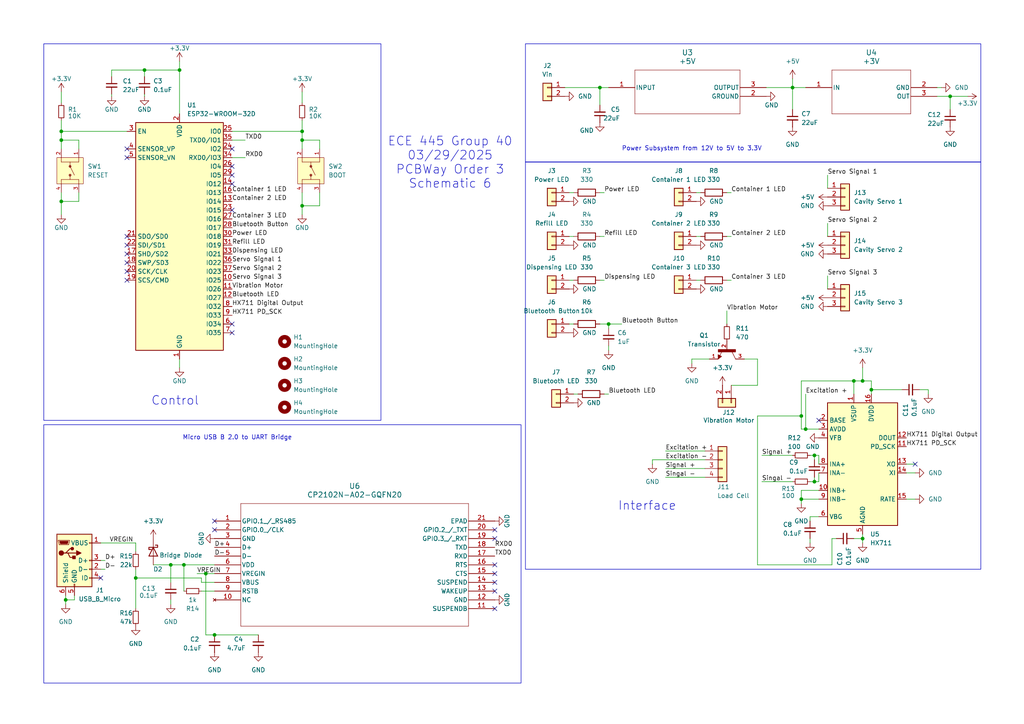
<source format=kicad_sch>
(kicad_sch (version 20231120) (generator "eeschema") (generator_version "8.0")
  (paper "A4")
  (junction (at 176.53 93.98))
  (junction (at 236.22 132.08))
  (junction (at 41.91 20.32))
  (junction (at 275.59 27.94))
  (junction (at 232.41 120.65))
  (junction (at 53.34 163.83))
  (junction (at 252.73 113.03))
  (junction (at 87.63 40.64))
  (junction (at 17.78 38.1))
  (junction (at 250.19 110.49))
  (junction (at 250.19 156.21))
  (junction (at 59.69 166.37))
  (junction (at 17.78 58.42))
  (junction (at 49.53 163.83))
  (junction (at 232.41 144.78))
  (junction (at 87.63 38.1))
  (junction (at 87.63 59.69))
  (junction (at 247.65 110.49))
  (junction (at 229.87 25.4))
  (junction (at 173.99 25.4))
  (junction (at 19.05 173.99))
  (junction (at 17.78 40.64))
  (junction (at 39.37 167.64))
  (junction (at 236.22 139.7))
  (junction (at 233.68 124.46))
  (junction (at 62.23 184.15))
  (junction (at 52.07 20.32))
  (no_connect (at 36.83 45.72))
  (no_connect (at 143.51 163.83))
  (no_connect (at 36.83 81.28))
  (no_connect (at 67.31 43.18))
  (no_connect (at 143.51 153.67))
  (no_connect (at 143.51 176.53))
  (no_connect (at 36.83 71.12))
  (no_connect (at 67.31 60.96))
  (no_connect (at 36.83 76.2))
  (no_connect (at 62.23 151.13))
  (no_connect (at 67.31 53.34))
  (no_connect (at 67.31 93.98))
  (no_connect (at 143.51 171.45))
  (no_connect (at 143.51 156.21))
  (no_connect (at 67.31 48.26))
  (no_connect (at 36.83 73.66))
  (no_connect (at 36.83 68.58))
  (no_connect (at 36.83 78.74))
  (no_connect (at 237.49 121.92))
  (no_connect (at 36.83 43.18))
  (no_connect (at 265.43 134.62))
  (no_connect (at 29.21 167.64))
  (no_connect (at 62.23 153.67))
  (no_connect (at 143.51 166.37))
  (no_connect (at 67.31 50.8))
  (no_connect (at 143.51 168.91))
  (no_connect (at 67.31 96.52))
  (wire (pts (xy 57.15 166.37) (xy 59.69 166.37)))
  (wire (pts (xy 189.23 133.35) (xy 189.23 134.62)))
  (wire (pts (xy 232.41 142.24) (xy 232.41 144.78)))
  (wire (pts (xy 240.03 50.8) (xy 240.03 54.61)))
  (wire (pts (xy 53.34 163.83) (xy 53.34 171.45)))
  (wire (pts (xy 52.07 20.32) (xy 52.07 33.02)))
  (wire (pts (xy 236.22 132.08) (xy 237.49 132.08)))
  (wire (pts (xy 280.67 27.94) (xy 275.59 27.94)))
  (wire (pts (xy 229.87 22.86) (xy 229.87 25.4)))
  (wire (pts (xy 49.53 173.99) (xy 49.53 175.26)))
  (wire (pts (xy 275.59 27.94) (xy 275.59 31.75)))
  (wire (pts (xy 210.82 90.17) (xy 210.82 93.98)))
  (wire (pts (xy 87.63 38.1) (xy 87.63 40.64)))
  (wire (pts (xy 173.99 25.4) (xy 176.53 25.4)))
  (wire (pts (xy 234.95 132.08) (xy 236.22 132.08)))
  (wire (pts (xy 200.66 105.41) (xy 200.66 104.14)))
  (wire (pts (xy 193.04 130.81) (xy 204.47 130.81)))
  (wire (pts (xy 29.21 162.56) (xy 30.48 162.56)))
  (wire (pts (xy 67.31 38.1) (xy 87.63 38.1)))
  (wire (pts (xy 87.63 40.64) (xy 87.63 43.18)))
  (wire (pts (xy 17.78 40.64) (xy 17.78 43.18)))
  (wire (pts (xy 252.73 113.03) (xy 252.73 110.49)))
  (wire (pts (xy 175.26 114.3) (xy 176.53 114.3)))
  (wire (pts (xy 250.19 154.94) (xy 250.19 156.21)))
  (wire (pts (xy 240.03 80.01) (xy 240.03 83.82)))
  (wire (pts (xy 229.87 25.4) (xy 233.68 25.4)))
  (wire (pts (xy 247.65 156.21) (xy 250.19 156.21)))
  (wire (pts (xy 44.45 163.83) (xy 49.53 163.83)))
  (wire (pts (xy 58.42 167.64) (xy 58.42 168.91)))
  (wire (pts (xy 232.41 120.65) (xy 232.41 110.49)))
  (wire (pts (xy 17.78 58.42) (xy 17.78 62.23)))
  (wire (pts (xy 53.34 163.83) (xy 62.23 163.83)))
  (wire (pts (xy 39.37 157.48) (xy 39.37 160.02)))
  (wire (pts (xy 219.71 111.76) (xy 212.09 111.76)))
  (wire (pts (xy 234.95 151.13) (xy 234.95 149.86)))
  (wire (pts (xy 176.53 93.98) (xy 176.53 95.25)))
  (wire (pts (xy 250.19 156.21) (xy 250.19 157.48)))
  (wire (pts (xy 52.07 104.14) (xy 52.07 106.68)))
  (wire (pts (xy 59.69 166.37) (xy 59.69 184.15)))
  (wire (pts (xy 41.91 20.32) (xy 52.07 20.32)))
  (wire (pts (xy 189.23 133.35) (xy 204.47 133.35)))
  (wire (pts (xy 173.99 55.88) (xy 175.26 55.88)))
  (wire (pts (xy 252.73 114.3) (xy 252.73 113.03)))
  (wire (pts (xy 39.37 165.1) (xy 39.37 167.64)))
  (wire (pts (xy 22.86 58.42) (xy 17.78 58.42)))
  (wire (pts (xy 240.03 64.77) (xy 240.03 68.58)))
  (wire (pts (xy 59.69 166.37) (xy 62.23 166.37)))
  (wire (pts (xy 17.78 38.1) (xy 17.78 40.64)))
  (wire (pts (xy 229.87 25.4) (xy 229.87 31.75)))
  (wire (pts (xy 87.63 59.69) (xy 87.63 62.23)))
  (wire (pts (xy 219.71 163.83) (xy 241.3 163.83)))
  (wire (pts (xy 176.53 100.33) (xy 176.53 101.6)))
  (wire (pts (xy 17.78 38.1) (xy 36.83 38.1)))
  (wire (pts (xy 165.1 81.28) (xy 166.37 81.28)))
  (wire (pts (xy 265.43 137.16) (xy 262.89 137.16)))
  (wire (pts (xy 17.78 55.88) (xy 17.78 58.42)))
  (wire (pts (xy 92.71 55.88) (xy 92.71 59.69)))
  (wire (pts (xy 166.37 114.3) (xy 167.64 114.3)))
  (wire (pts (xy 237.49 142.24) (xy 232.41 142.24)))
  (wire (pts (xy 22.86 40.64) (xy 22.86 43.18)))
  (wire (pts (xy 71.12 45.72) (xy 67.31 45.72)))
  (wire (pts (xy 17.78 34.925) (xy 17.78 38.1)))
  (wire (pts (xy 49.53 163.83) (xy 53.34 163.83)))
  (wire (pts (xy 163.83 25.4) (xy 173.99 25.4)))
  (wire (pts (xy 215.9 104.14) (xy 219.71 104.14)))
  (wire (pts (xy 87.63 55.88) (xy 87.63 59.69)))
  (wire (pts (xy 232.41 120.65) (xy 219.71 120.65)))
  (wire (pts (xy 92.71 59.69) (xy 87.63 59.69)))
  (wire (pts (xy 233.68 114.3) (xy 233.68 124.46)))
  (wire (pts (xy 219.71 120.65) (xy 219.71 163.83)))
  (wire (pts (xy 233.68 124.46) (xy 232.41 124.46)))
  (wire (pts (xy 58.42 168.91) (xy 62.23 168.91)))
  (wire (pts (xy 269.24 113.03) (xy 269.24 114.3)))
  (wire (pts (xy 265.43 144.78) (xy 262.89 144.78)))
  (wire (pts (xy 87.63 26.67) (xy 87.63 29.845)))
  (wire (pts (xy 265.43 134.62) (xy 262.89 134.62)))
  (wire (pts (xy 266.7 113.03) (xy 269.24 113.03)))
  (wire (pts (xy 32.385 20.32) (xy 32.385 22.225)))
  (wire (pts (xy 250.19 110.49) (xy 250.19 106.68)))
  (wire (pts (xy 236.22 138.43) (xy 236.22 139.7)))
  (wire (pts (xy 165.1 55.88) (xy 166.37 55.88)))
  (wire (pts (xy 193.04 135.89) (xy 204.47 135.89)))
  (wire (pts (xy 19.05 172.72) (xy 19.05 173.99)))
  (wire (pts (xy 271.78 25.4) (xy 273.05 25.4)))
  (wire (pts (xy 21.59 173.99) (xy 21.59 172.72)))
  (wire (pts (xy 232.41 110.49) (xy 247.65 110.49)))
  (wire (pts (xy 210.82 81.28) (xy 212.09 81.28)))
  (wire (pts (xy 41.91 27.305) (xy 41.91 27.94)))
  (wire (pts (xy 17.78 40.64) (xy 22.86 40.64)))
  (wire (pts (xy 252.73 113.03) (xy 261.62 113.03)))
  (wire (pts (xy 241.3 156.21) (xy 242.57 156.21)))
  (wire (pts (xy 173.99 81.28) (xy 175.26 81.28)))
  (wire (pts (xy 234.95 156.21) (xy 234.95 157.48)))
  (wire (pts (xy 234.95 139.7) (xy 236.22 139.7)))
  (wire (pts (xy 236.22 132.08) (xy 236.22 133.35)))
  (wire (pts (xy 22.86 55.88) (xy 22.86 58.42)))
  (wire (pts (xy 201.93 55.88) (xy 203.2 55.88)))
  (wire (pts (xy 237.49 132.08) (xy 237.49 134.62)))
  (wire (pts (xy 32.385 27.305) (xy 32.385 27.94)))
  (wire (pts (xy 17.78 26.67) (xy 17.78 29.845)))
  (wire (pts (xy 201.93 68.58) (xy 203.2 68.58)))
  (wire (pts (xy 236.22 139.7) (xy 237.49 139.7)))
  (wire (pts (xy 241.3 163.83) (xy 241.3 156.21)))
  (wire (pts (xy 247.65 114.3) (xy 247.65 110.49)))
  (wire (pts (xy 173.99 68.58) (xy 175.26 68.58)))
  (wire (pts (xy 39.37 167.64) (xy 58.42 167.64)))
  (wire (pts (xy 62.23 184.15) (xy 74.93 184.15)))
  (wire (pts (xy 232.41 144.78) (xy 232.41 146.05)))
  (wire (pts (xy 275.59 27.94) (xy 271.78 27.94)))
  (wire (pts (xy 41.91 20.32) (xy 41.91 22.225)))
  (wire (pts (xy 87.63 40.64) (xy 92.71 40.64)))
  (wire (pts (xy 232.41 144.78) (xy 237.49 144.78)))
  (wire (pts (xy 222.25 25.4) (xy 229.87 25.4)))
  (wire (pts (xy 232.41 124.46) (xy 232.41 120.65)))
  (wire (pts (xy 58.42 171.45) (xy 62.23 171.45)))
  (wire (pts (xy 19.05 173.99) (xy 21.59 173.99)))
  (wire (pts (xy 250.19 110.49) (xy 252.73 110.49)))
  (wire (pts (xy 29.21 165.1) (xy 30.48 165.1)))
  (wire (pts (xy 173.99 93.98) (xy 176.53 93.98)))
  (wire (pts (xy 71.12 40.64) (xy 67.31 40.64)))
  (wire (pts (xy 29.21 157.48) (xy 39.37 157.48)))
  (wire (pts (xy 87.63 34.925) (xy 87.63 38.1)))
  (wire (pts (xy 210.82 55.88) (xy 212.09 55.88)))
  (wire (pts (xy 220.98 139.7) (xy 229.87 139.7)))
  (wire (pts (xy 52.07 17.78) (xy 52.07 20.32)))
  (wire (pts (xy 165.1 93.98) (xy 166.37 93.98)))
  (wire (pts (xy 176.53 93.98) (xy 180.34 93.98)))
  (wire (pts (xy 234.95 149.86) (xy 237.49 149.86)))
  (wire (pts (xy 49.53 168.91) (xy 49.53 163.83)))
  (wire (pts (xy 220.98 132.08) (xy 229.87 132.08)))
  (wire (pts (xy 39.37 167.64) (xy 39.37 176.53)))
  (wire (pts (xy 193.04 138.43) (xy 204.47 138.43)))
  (wire (pts (xy 219.71 104.14) (xy 219.71 111.76)))
  (wire (pts (xy 210.82 68.58) (xy 212.09 68.58)))
  (wire (pts (xy 237.49 124.46) (xy 233.68 124.46)))
  (wire (pts (xy 201.93 81.28) (xy 203.2 81.28)))
  (wire (pts (xy 59.69 184.15) (xy 62.23 184.15)))
  (wire (pts (xy 19.05 173.99) (xy 19.05 175.26)))
  (wire (pts (xy 200.66 104.14) (xy 205.74 104.14)))
  (wire (pts (xy 173.99 25.4) (xy 173.99 30.48)))
  (wire (pts (xy 237.49 139.7) (xy 237.49 137.16)))
  (wire (pts (xy 247.65 110.49) (xy 250.19 110.49)))
  (wire (pts (xy 32.385 20.32) (xy 41.91 20.32)))
  (wire (pts (xy 92.71 40.64) (xy 92.71 43.18)))
  (wire (pts (xy 165.1 68.58) (xy 166.37 68.58)))
  (rectangle (start 152.4 12.7) (end 284.48 46.99))
  (rectangle (start 184.15 92.71) (end 184.15 92.71))
  (rectangle (start 12.7 123.19) (end 151.13 198.12))
  (rectangle (start 12.7 12.7) (end 110.49 121.92))
  (rectangle (start 152.4 46.99) (end 284.48 165.1))
  (text "Interface" (at 187.706 146.812 0) (effects (font (size 2.54 2.54))))
  (text "Micro USB B 2.0 to UART Bridge" (at 68.834 127 0) (effects (font (size 1.27 1.27))))
  (text "Control\n" (at 50.8 116.332 0) (effects (font (size 2.54 2.54))))
  (text "Power Subsystem from 12V to 5V to 3.3V" (at 200.66 43.18 0) (effects (font (size 1.27 1.27))))
  (text "ECE 445 Group 40\n03/29/2025\nPCBWay Order 3\nSchematic 6\n" (at 130.556 47.244 0) (effects (font (size 2.54 2.54))))
  (label "D-" (at 30.48 165.1 0))
  (label "Excitation -" (at 193.04 133.35 0))
  (label "HX711 PD_SCK" (at 262.89 129.54 0))
  (label "Dispensing LED" (at 175.26 81.28 0))
  (label "Servo Signal 2" (at 240.03 64.77 0))
  (label "Excitation +" (at 233.68 114.3 0))
  (label "Container 2 LED" (at 67.31 58.42 0))
  (label "HX711 Digital Output" (at 67.31 88.9 0))
  (label "Container 1 LED" (at 67.31 55.88 0))
  (label "Singal -" (at 193.04 138.43 0))
  (label "Servo Signal 2" (at 67.31 78.74 0))
  (label "RXD0" (at 143.51 158.75 0))
  (label "Excitation +" (at 193.04 130.81 0))
  (label "Power LED" (at 67.31 68.58 0))
  (label "Container 3 LED" (at 67.31 63.5 0))
  (label "HX711 Digital Output" (at 262.89 127 0))
  (label "Bluetooth Button" (at 67.31 66.04 0))
  (label "Container 3 LED" (at 212.09 81.28 0))
  (label "TXD0" (at 143.51 161.29 0))
  (label "Signal +" (at 193.04 135.89 0))
  (label "Servo Signal 3" (at 240.03 80.01 0))
  (label "Dispensing LED" (at 67.31 73.66 0))
  (label "Bluetooth LED" (at 176.53 114.3 0))
  (label "VREGIN" (at 31.75 157.48 0))
  (label "Vibration Motor" (at 67.31 83.82 0))
  (label "Refill LED" (at 175.26 68.58 0))
  (label "RXD0" (at 71.12 45.72 0))
  (label "Bluetooth Button" (at 180.34 93.98 0))
  (label "Signal +" (at 220.98 132.08 0))
  (label "D+" (at 30.48 162.56 0))
  (label "Servo Signal 1" (at 67.31 76.2 0))
  (label "Vibration Motor" (at 210.82 90.17 0))
  (label "Container 1 LED" (at 212.09 55.88 0))
  (label "D-" (at 62.23 161.29 0))
  (label "Refill LED" (at 67.31 71.12 0))
  (label "Container 2 LED" (at 212.09 68.58 0))
  (label "Servo Signal 3" (at 67.31 81.28 0))
  (label "Servo Signal 1" (at 240.03 50.8 0))
  (label "Power LED" (at 175.26 55.88 0))
  (label "HX711 PD_SCK" (at 67.31 91.44 0))
  (label "Bluetooth LED" (at 67.31 86.36 0))
  (label "D+" (at 62.23 158.75 0))
  (label "VREGIN" (at 57.15 166.37 0))
  (label "Singal -" (at 220.98 139.7 0))
  (label "TXD0" (at 71.12 40.64 0))
  (symbol (lib_name "GND_3") (lib_id "power:GND") (at 237.49 127 270) (unit 1)
    (property "Reference" "#PWR039" (effects (hide yes)))
    (property "Value" "GND" (at 237.744 129.54 90) (effects (justify right)))
    (property "Description" "Power symbol creates a global label with name \"GND\" , ground" (effects (hide yes)))
  )
  (symbol (lib_id "Device:R") (at 207.01 81.28 90) (unit 1)
    (property "Reference" "R10" (at 207.01 74.93 90))
    (property "Value" "330" (at 207.01 77.47 90))
    (property "Footprint" "Resistor_SMD:R_0805_2012Metric_Pad1.20x1.40mm_HandSolder" (effects (hide yes)))
    (property "Description" "Resistor" (effects (hide yes)))
  )
  (symbol (lib_id "Device:C_Small") (at 32.385 24.765 0) (unit 1)
    (property "Reference" "C1" (at 35.56 23.5012 0) (effects (justify left)))
    (property "Value" "22uF" (at 35.56 26.0412 0) (effects (justify left)))
    (property "Footprint" "Capacitor_SMD:C_0805_2012Metric_Pad1.18x1.45mm_HandSolder" (effects (hide yes)))
  )
  (symbol (lib_id "power:GND") (at 165.1 71.12 90) (unit 1)
    (property "Reference" "#PWR022" (effects (hide yes)))
    (property "Value" "GND" (at 168.91 71.1199 90) (effects (justify right)))
    (property "Description" "Power symbol creates a global label with name \"GND\" , ground" (effects (hide yes)))
  )
  (symbol (lib_id "power:+5V") (at 229.87 22.86 0) (unit 1)
    (property "Reference" "#PWR035" (effects (hide yes)))
    (property "Value" "+5V" (at 229.87 17.78 0))
    (property "Description" "Power symbol creates a global label with name \"+5V\"" (effects (hide yes)))
  )
  (symbol (lib_id "Device:R_Small") (at 39.37 162.56 0) (unit 1)
    (property "Reference" "R15" (at 36.576 161.29 0))
    (property "Value" "22k" (at 36.576 163.83 0))
    (property "Footprint" "Resistor_SMD:R_0805_2012Metric_Pad1.20x1.40mm_HandSolder" (effects (hide yes)))
    (property "Description" "Resistor, small symbol" (effects (hide yes)))
  )
  (symbol (lib_id "Device:R_Small") (at 210.82 96.52 0) (unit 1)
    (property "Reference" "R11" (at 213.36 95.2499 0) (effects (justify left)))
    (property "Value" "470" (at 213.36 97.7899 0) (effects (justify left)))
    (property "Footprint" "Resistor_SMD:R_0805_2012Metric_Pad1.20x1.40mm_HandSolder" (effects (hide yes)))
    (property "Description" "Resistor, small symbol" (effects (hide yes)))
  )
  (symbol (lib_id "Device:C_Small") (at 275.59 34.29 0) (unit 1)
    (property "Reference" "C12" (at 268.986 33.274 0) (effects (justify left)))
    (property "Value" "22uF" (at 268.986 35.814 0) (effects (justify left)))
    (property "Footprint" "Capacitor_SMD:C_0805_2012Metric_Pad1.18x1.45mm_HandSolder" (effects (hide yes)))
    (property "Description" "Unpolarized capacitor, small symbol" (effects (hide yes)))
  )
  (symbol (lib_id "Device:R_Small") (at 87.63 32.385 0) (unit 1)
    (property "Reference" "R2" (at 89.535 31.75 0) (effects (justify left)))
    (property "Value" "10K" (at 89.535 33.655 0) (effects (justify left)))
    (property "Footprint" "Resistor_SMD:R_0402_1005Metric_Pad0.72x0.64mm_HandSolder" (effects (hide yes)))
  )
  (symbol (lib_id "Device:C_Small") (at 264.16 113.03 90) (unit 1)
    (property "Reference" "C11" (at 262.636 120.904 0) (effects (justify left)))
    (property "Value" "0.1uF" (at 265.176 120.904 0) (effects (justify left)))
    (property "Footprint" "Capacitor_SMD:C_0402_1005Metric_Pad0.74x0.62mm_HandSolder" (effects (hide yes)))
    (property "Description" "Unpolarized capacitor, small symbol" (effects (hide yes)))
  )
  (symbol (lib_id "Device:C_Small") (at 62.23 186.69 0) (unit 1)
    (property "Reference" "C2" (at 55.118 185.42 0) (effects (justify left)))
    (property "Value" "0.1uF" (at 53.086 187.96 0) (effects (justify left)))
    (property "Footprint" "Capacitor_SMD:C_0402_1005Metric_Pad0.74x0.62mm_HandSolder" (effects (hide yes)))
    (property "Description" "Unpolarized capacitor, small symbol" (effects (hide yes)))
  )
  (symbol (lib_id "power:+3.3V") (at 52.07 17.78 0) (unit 1)
    (property "Reference" "#PWR010" (effects (hide yes)))
    (property "Value" "+3.3V" (at 52.07 13.97 0))
  )
  (symbol (lib_name "GND_1") (lib_id "power:GND") (at 143.51 151.13 90) (unit 1)
    (property "Reference" "#PWR057" (effects (hide yes)))
    (property "Value" "GND" (at 147.066 151.13 0))
    (property "Description" "Power symbol creates a global label with name \"GND\" , ground" (effects (hide yes)))
  )
  (symbol (lib_id "4-1437565-9:4-1437565-9") (at 90.17 49.53 270) (unit 1)
    (property "Reference" "SW2" (at 95.25 48.2599 90) (effects (justify left)))
    (property "Value" "BOOT" (at 95.25 50.7999 90) (effects (justify left)))
    (property "Footprint" "4-1437565-9:TE_4-1437565-9" (effects (hide yes)))
    (property "Contact_Current_Rating" "50 mA" (effects (hide yes)))
    (property "COMMENT" "FSM6JSMA (4-1437565-9)" (effects (hide yes)))
    (property "Configuration_Pole-Throw" "Single Pole - Single Throw" (effects (hide yes)))
    (property "Check_prices" "https://www.snapeda.com/parts/FSM6JSMA/TE+Connectivity+ALCOSWITCH+Switches/view-part/?ref=eda" (effects (hide yes)))
    (property "CONFIGURATION_(POLE-THROW)" "Single Pole - Single Throw" (effects (hide yes)))
    (property "STANDARD" "Manufacturer Recommendation" (effects (hide yes)))
    (property "PARTREV" "V" (effects (hide yes)))
    (property "SnapEDA_Link" "https://www.snapeda.com/parts/FSM6JSMA/TE+Connectivity+ALCOSWITCH+Switches/view-part/?ref=snap" (effects (hide yes)))
    (property "LINK" "http://www.te.com/usa-en/product-4-1437565-9.html" (effects (hide yes)))
    (property "EU_RoHS_Compliance" "Compliant" (effects (hide yes)))
    (property "Price" "None" (effects (hide yes)))
    (property "AVAILABILITY" "Good" (effects (hide yes)))
    (property "Description_1" "\n                        \n                            Alcoswitch, Switch, Tactile, 50 mA, SPST, Pushbutton, Off[On], FSM6JSMA | TE Connectivity FSM6JSMA\n                        \n" (effects (hide yes)))
    (property "CONTACT_CURRENT_RATING" "50 mA" (effects (hide yes)))
    (property "MF" "TE Connectivity" (effects (hide yes)))
    (property "DESCRIPTION" "FSM6JSMA=SMT,TACTILE,PB SWITCH" (effects (hide yes)))
    (property "PRICE" "0.15 USD" (effects (hide yes)))
    (property "PACKAGE" "None" (effects (hide yes)))
    (property "Availability" "In Stock" (effects (hide yes)))
    (property "MP" "FSM6JSMA" (effects (hide yes)))
    (property "Package" "None" (effects (hide yes)))
    (property "EU_ROHS_COMPLIANCE" "Compliant" (effects (hide yes)))
    (property "Comment" "4-1437565-9" (effects (hide yes)))
  )
  (symbol (lib_id "Diode:MBR0520") (at 44.45 160.02 270) (unit 1)
    (property "Reference" "D2" (at 44.45 165.1 90) (effects (justify left)))
    (property "Value" "Bridge Diode" (at 46.228 161.036 90) (effects (justify left)))
    (property "Footprint" "Diode_SMD:D_SOD-123" (effects (hide yes)))
    (property "Datasheet" "http://www.mccsemi.com/up_pdf/MBR0520~MBR0580(SOD123).pdf" (effects (hide yes)))
    (property "Description" "20V 0.5A Schottky Power Rectifier Diode, SOD-123" (effects (hide yes)))
  )
  (symbol (lib_name "GND_4") (lib_id "power:GND") (at 62.23 189.23 0) (unit 1)
    (property "Reference" "#PWR03" (effects (hide yes)))
    (property "Value" "GND" (at 62.23 194.31 0))
    (property "Description" "Power symbol creates a global label with name \"GND\" , ground" (effects (hide yes)))
  )
  (symbol (lib_id "Mechanical:MountingHole") (at 82.55 105.41 0) (unit 1) (exclude_from_sim yes) (in_bom no)
    (property "Reference" "H2" (at 85.09 104.1399 0) (effects (justify left)))
    (property "Value" "MountingHole" (at 85.09 106.6799 0) (effects (justify left)))
    (property "Footprint" "MountingHole:MountingHole_3.2mm_M3" (effects (hide yes)))
    (property "Description" "Mounting Hole without connection" (effects (hide yes)))
  )
  (symbol (lib_id "4-1437565-9:4-1437565-9") (at 20.32 49.53 270) (unit 1)
    (property "Reference" "SW1" (at 25.4 48.2599 90) (effects (justify left)))
    (property "Value" "RESET" (at 25.4 50.7999 90) (effects (justify left)))
    (property "Footprint" "4-1437565-9:TE_4-1437565-9" (effects (hide yes)))
    (property "Contact_Current_Rating" "50 mA" (effects (hide yes)))
    (property "COMMENT" "FSM6JSMA (4-1437565-9)" (effects (hide yes)))
    (property "Configuration_Pole-Throw" "Single Pole - Single Throw" (effects (hide yes)))
    (property "Check_prices" "https://www.snapeda.com/parts/FSM6JSMA/TE+Connectivity+ALCOSWITCH+Switches/view-part/?ref=eda" (effects (hide yes)))
    (property "CONFIGURATION_(POLE-THROW)" "Single Pole - Single Throw" (effects (hide yes)))
    (property "STANDARD" "Manufacturer Recommendation" (effects (hide yes)))
    (property "PARTREV" "V" (effects (hide yes)))
    (property "SnapEDA_Link" "https://www.snapeda.com/parts/FSM6JSMA/TE+Connectivity+ALCOSWITCH+Switches/view-part/?ref=snap" (effects (hide yes)))
    (property "LINK" "http://www.te.com/usa-en/product-4-1437565-9.html" (effects (hide yes)))
    (property "EU_RoHS_Compliance" "Compliant" (effects (hide yes)))
    (property "Price" "None" (effects (hide yes)))
    (property "AVAILABILITY" "Good" (effects (hide yes)))
    (property "Description_1" "\n                        \n                            Alcoswitch, Switch, Tactile, 50 mA, SPST, Pushbutton, Off[On], FSM6JSMA | TE Connectivity FSM6JSMA\n                        \n" (effects (hide yes)))
    (property "CONTACT_CURRENT_RATING" "50 mA" (effects (hide yes)))
    (property "MF" "TE Connectivity" (effects (hide yes)))
    (property "DESCRIPTION" "FSM6JSMA=SMT,TACTILE,PB SWITCH" (effects (hide yes)))
    (property "PRICE" "0.15 USD" (effects (hide yes)))
    (property "PACKAGE" "None" (effects (hide yes)))
    (property "Availability" "In Stock" (effects (hide yes)))
    (property "MP" "FSM6JSMA" (effects (hide yes)))
    (property "Package" "None" (effects (hide yes)))
    (property "EU_ROHS_COMPLIANCE" "Compliant" (effects (hide yes)))
    (property "Comment" "4-1437565-9" (effects (hide yes)))
  )
  (symbol (lib_id "power:GND") (at 17.78 62.23 0) (unit 1)
    (property "Reference" "#PWR02" (effects (hide yes)))
    (property "Value" "GND" (at 17.78 66.04 0))
  )
  (symbol (lib_id "Connector_Generic:Conn_01x02") (at 158.75 25.4 0) (mirror y) (unit 1)
    (property "Reference" "J2" (at 158.75 19.05 0))
    (property "Value" "Vin" (at 158.75 21.59 0))
    (property "Footprint" "Connector_Molex:Molex_KK-254_AE-6410-02A_1x02_P2.54mm_Vertical" (effects (hide yes)))
    (property "Description" "Generic connector, single row, 01x02, script generated (kicad-library-utils/schlib/autogen/connector/)" (effects (hide yes)))
  )
  (symbol (lib_id "Device:C_Small") (at 236.22 135.89 0) (unit 1)
    (property "Reference" "C9" (at 228.854 134.112 0) (effects (justify left)))
    (property "Value" "0.1uF" (at 228.854 136.652 0) (effects (justify left)))
    (property "Footprint" "Capacitor_SMD:C_0402_1005Metric_Pad0.74x0.62mm_HandSolder" (effects (hide yes)))
    (property "Description" "Unpolarized capacitor, small symbol" (effects (hide yes)))
  )
  (symbol (lib_id "power:GND") (at 201.93 71.12 90) (unit 1)
    (property "Reference" "#PWR031" (effects (hide yes)))
    (property "Value" "GND" (at 205.74 71.1199 90) (effects (justify right)))
    (property "Description" "Power symbol creates a global label with name \"GND\" , ground" (effects (hide yes)))
  )
  (symbol (lib_id "power:GND") (at 41.91 27.94 0) (unit 1)
    (property "Reference" "#PWR09" (effects (hide yes)))
    (property "Value" "GND" (at 41.91 31.75 0))
  )
  (symbol (lib_id "Connector_Generic:Conn_01x02") (at 196.85 68.58 0) (mirror y) (unit 1)
    (property "Reference" "J9" (at 196.85 62.23 0))
    (property "Value" "Container 2 LED" (at 196.85 64.77 0))
    (property "Footprint" "Connector_Molex:Molex_KK-254_AE-6410-02A_1x02_P2.54mm_Vertical" (effects (hide yes)))
    (property "Description" "Generic connector, single row, 01x02, script generated (kicad-library-utils/schlib/autogen/connector/)" (effects (hide yes)))
  )
  (symbol (lib_id "Connector:USB_B_Micro") (at 21.59 162.56 0) (unit 1)
    (property "Reference" "J1" (at 28.956 171.196 0))
    (property "Value" "USB_B_Micro" (at 28.956 173.736 0))
    (property "Footprint" "Connector_USB:USB_Micro-B_Molex-105017-0001" (effects (hide yes)))
    (property "Description" "USB Micro Type B connector" (effects (hide yes)))
  )
  (symbol (lib_name "GND_4") (lib_id "power:GND") (at 74.93 189.23 0) (unit 1)
    (property "Reference" "#PWR06" (effects (hide yes)))
    (property "Value" "GND" (at 74.93 194.31 0))
    (property "Description" "Power symbol creates a global label with name \"GND\" , ground" (effects (hide yes)))
  )
  (symbol (lib_id "power:GND") (at 32.385 27.94 0) (unit 1)
    (property "Reference" "#PWR05" (effects (hide yes)))
    (property "Value" "GND" (at 32.385 31.75 0))
  )
  (symbol (lib_id "2025-03-02_06-34-30:CP2102N-A02-GQFN20") (at 62.23 151.13 0) (unit 1)
    (property "Reference" "U6" (at 102.87 140.97 0) (effects (font (size 1.524 1.524))))
    (property "Value" "CP2102N-A02-GQFN20" (at 102.87 143.51 0) (effects (font (size 1.524 1.524))))
    (property "Footprint" "KiCADv6 3:QFN20_CP2102N_SIL" (effects (hide yes)))
    (property "Datasheet" "CP2102N-A02-GQFN20" (effects (hide yes)))
  )
  (symbol (lib_id "Connector_Generic:Conn_01x04") (at 209.55 133.35 0) (unit 1)
    (property "Reference" "J11" (at 208.026 141.224 0) (effects (justify left)))
    (property "Value" "Load Cell" (at 208.026 143.764 0) (effects (justify left)))
    (property "Footprint" "Connector_Molex:Molex_KK-254_AE-6410-04A_1x04_P2.54mm_Vertical" (effects (hide yes)))
    (property "Description" "Generic connector, single row, 01x04, script generated (kicad-library-utils/schlib/autogen/connector/)" (effects (hide yes)))
  )
  (symbol (lib_id "Device:R") (at 207.01 68.58 90) (unit 1)
    (property "Reference" "R9" (at 207.01 62.23 90))
    (property "Value" "330" (at 207.01 64.77 90))
    (property "Footprint" "Resistor_SMD:R_0805_2012Metric_Pad1.20x1.40mm_HandSolder" (effects (hide yes)))
    (property "Description" "Resistor" (effects (hide yes)))
  )
  (symbol (lib_name "GND_1") (lib_id "power:GND") (at 275.59 36.83 0) (unit 1)
    (property "Reference" "#PWR052" (effects (hide yes)))
    (property "Value" "GND" (at 275.59 41.91 0))
    (property "Description" "Power symbol creates a global label with name \"GND\" , ground" (effects (hide yes)))
  )
  (symbol (lib_id "Analog_ADC:HX711") (at 250.19 134.62 0) (unit 1)
    (property "Reference" "U5" (at 252.3841 154.94 0) (effects (justify left)))
    (property "Value" "HX711" (at 252.3841 157.48 0) (effects (justify left)))
    (property "Footprint" "Package_SO:SOP-16_3.9x9.9mm_P1.27mm" (effects (hide yes)))
    (property "Datasheet" "https://web.archive.org/web/20220615044707/https://akizukidenshi.com/download/ds/avia/hx711.pdf" (effects (hide yes)))
    (property "Description" "24-Bit Analog-to-Digital Converter (ADC) for Weight Scales" (effects (hide yes)))
  )
  (symbol (lib_id "RF_Module:ESP32-WROOM-32D") (at 52.07 68.58 0) (unit 1)
    (property "Reference" "U1" (at 54.2641 30.48 0) (effects (justify left)))
    (property "Value" "ESP32-WROOM-32D" (at 54.2641 33.02 0) (effects (justify left)))
    (property "Footprint" "RF_Module:ESP32-WROOM-32D" (effects (hide yes)))
    (property "Datasheet" "https://www.espressif.com/sites/default/files/documentation/esp32-wroom-32d_esp32-wroom-32u_datasheet_en.pdf" (effects (hide yes)))
    (property "Description" "RF Module, ESP32-D0WD SoC, Wi-Fi 802.11b/g/n, Bluetooth, BLE, 32-bit, 2.7-3.6V, onboard antenna, SMD" (effects (hide yes)))
  )
  (symbol (lib_id "power:GND") (at 165.1 83.82 90) (unit 1)
    (property "Reference" "#PWR023" (effects (hide yes)))
    (property "Value" "GND" (at 168.91 83.8199 90) (effects (justify right)))
    (property "Description" "Power symbol creates a global label with name \"GND\" , ground" (effects (hide yes)))
  )
  (symbol (lib_id "Device:C_Small") (at 234.95 153.67 0) (unit 1)
    (property "Reference" "C8" (at 227.076 152.146 0) (effects (justify left)))
    (property "Value" "0.1uF" (at 227.076 154.686 0) (effects (justify left)))
    (property "Footprint" "Capacitor_SMD:C_0402_1005Metric_Pad0.74x0.62mm_HandSolder" (effects (hide yes)))
    (property "Description" "Unpolarized capacitor, small symbol" (effects (hide yes)))
  )
  (symbol (lib_id "Device:C_Small") (at 229.87 34.29 0) (unit 1)
    (property "Reference" "C7" (at 232.41 33.0262 0) (effects (justify left)))
    (property "Value" "22uF" (at 232.41 35.5662 0) (effects (justify left)))
    (property "Footprint" "Capacitor_SMD:C_0805_2012Metric_Pad1.18x1.45mm_HandSolder" (effects (hide yes)))
    (property "Description" "Unpolarized capacitor, small symbol" (effects (hide yes)))
  )
  (symbol (lib_id "Device:R") (at 171.45 114.3 90) (unit 1)
    (property "Reference" "R7" (at 171.45 107.95 90))
    (property "Value" "330" (at 171.45 110.49 90))
    (property "Footprint" "Resistor_SMD:R_0805_2012Metric_Pad1.20x1.40mm_HandSolder" (effects (hide yes)))
    (property "Description" "Resistor" (effects (hide yes)))
  )
  (symbol (lib_id "Connector_Generic:Conn_01x03") (at 245.11 71.12 0) (unit 1)
    (property "Reference" "J14" (at 247.65 69.8499 0) (effects (justify left)))
    (property "Value" "Cavity Servo 2" (at 247.65 72.3899 0) (effects (justify left)))
    (property "Footprint" "Connector_Molex:Molex_KK-254_AE-6410-03A_1x03_P2.54mm_Vertical" (effects (hide yes)))
    (property "Description" "Generic connector, single row, 01x03, script generated (kicad-library-utils/schlib/autogen/connector/)" (effects (hide yes)))
  )
  (symbol (lib_id "power:GND") (at 240.03 59.69 270) (unit 1)
    (property "Reference" "#PWR041" (effects (hide yes)))
    (property "Value" "GND" (at 236.22 59.6899 90) (effects (justify right)))
    (property "Description" "Power symbol creates a global label with name \"GND\" , ground" (effects (hide yes)))
  )
  (symbol (lib_id "Device:C_Small") (at 74.93 186.69 0) (unit 1)
    (property "Reference" "C4" (at 67.818 185.42 0) (effects (justify left)))
    (property "Value" "4.7uF" (at 65.786 187.96 0) (effects (justify left)))
    (property "Footprint" "Capacitor_SMD:C_0402_1005Metric_Pad0.74x0.62mm_HandSolder" (effects (hide yes)))
    (property "Description" "Unpolarized capacitor, small symbol" (effects (hide yes)))
  )
  (symbol (lib_id "Connector_Generic:Conn_01x02") (at 160.02 93.98 0) (mirror y) (unit 1)
    (property "Reference" "J6" (at 160.02 87.63 0))
    (property "Value" "Bluetooth Button" (at 160.02 90.17 0))
    (property "Footprint" "Connector_Molex:Molex_KK-254_AE-6410-02A_1x02_P2.54mm_Vertical" (effects (hide yes)))
    (property "Description" "Generic connector, single row, 01x02, script generated (kicad-library-utils/schlib/autogen/connector/)" (effects (hide yes)))
  )
  (symbol (lib_id "power:+5V") (at 240.03 71.12 90) (unit 1)
    (property "Reference" "#PWR042" (effects (hide yes)))
    (property "Value" "+5V" (at 236.22 71.1199 90) (effects (justify left)))
    (property "Description" "Power symbol creates a global label with name \"+5V\"" (effects (hide yes)))
  )
  (symbol (lib_id "Device:R_Small") (at 232.41 132.08 90) (unit 1)
    (property "Reference" "R12" (at 230.378 127 90))
    (property "Value" "100" (at 230.378 129.54 90))
    (property "Footprint" "Resistor_SMD:R_0805_2012Metric_Pad1.20x1.40mm_HandSolder" (effects (hide yes)))
    (property "Description" "Resistor, small symbol" (effects (hide yes)))
  )
  (symbol (lib_id "Device:C_Small") (at 176.53 97.79 0) (unit 1)
    (property "Reference" "C6" (at 179.07 96.5262 0) (effects (justify left)))
    (property "Value" "1uF" (at 179.07 99.0662 0) (effects (justify left)))
    (property "Footprint" "Capacitor_SMD:C_0805_2012Metric_Pad1.18x1.45mm_HandSolder" (effects (hide yes)))
    (property "Description" "Unpolarized capacitor, small symbol" (effects (hide yes)))
  )
  (symbol (lib_id "power:GND") (at 265.43 144.78 90) (unit 1)
    (property "Reference" "#PWR049" (effects (hide yes)))
    (property "Value" "GND" (at 269.24 144.7799 90) (effects (justify right)))
    (property "Description" "Power symbol creates a global label with name \"GND\" , ground" (effects (hide yes)))
  )
  (symbol (lib_id "Connector_Generic:Conn_01x02") (at 160.02 55.88 0) (mirror y) (unit 1)
    (property "Reference" "J3" (at 160.02 49.53 0))
    (property "Value" "Power LED" (at 160.02 52.07 0))
    (property "Footprint" "Connector_Molex:Molex_KK-254_AE-6410-02A_1x02_P2.54mm_Vertical" (effects (hide yes)))
    (property "Description" "Generic connector, single row, 01x02, script generated (kicad-library-utils/schlib/autogen/connector/)" (effects (hide yes)))
  )
  (symbol (lib_name "GND_2") (lib_id "power:GND") (at 173.99 35.56 0) (unit 1)
    (property "Reference" "#PWR026" (effects (hide yes)))
    (property "Value" "GND" (at 170.18 37.846 0))
    (property "Description" "Power symbol creates a global label with name \"GND\" , ground" (effects (hide yes)))
  )
  (symbol (lib_id "2025-03-01_22-08-00:LM7805ACT") (at 176.53 25.4 0) (unit 1)
    (property "Reference" "U3" (at 199.39 15.24 0) (effects (font (size 1.524 1.524))))
    (property "Value" "+5V" (at 199.39 17.78 0) (effects (font (size 1.524 1.524))))
    (property "Footprint" "KiCADv6 2:TO-220_ONS" (effects (hide yes)))
    (property "Datasheet" "LM7805ACT" (effects (hide yes)))
  )
  (symbol (lib_id "power:GND") (at 240.03 73.66 270) (unit 1)
    (property "Reference" "#PWR043" (effects (hide yes)))
    (property "Value" "GND" (at 236.22 73.6599 90) (effects (justify right)))
    (property "Description" "Power symbol creates a global label with name \"GND\" , ground" (effects (hide yes)))
  )
  (symbol (lib_id "power:GND") (at 240.03 88.9 270) (unit 1)
    (property "Reference" "#PWR045" (effects (hide yes)))
    (property "Value" "GND" (at 236.22 88.8999 90) (effects (justify right)))
    (property "Description" "Power symbol creates a global label with name \"GND\" , ground" (effects (hide yes)))
  )
  (symbol (lib_id "Device:C_Small") (at 245.11 156.21 90) (unit 1)
    (property "Reference" "C10" (at 243.586 164.084 0) (effects (justify left)))
    (property "Value" "0.1uF" (at 246.126 164.084 0) (effects (justify left)))
    (property "Footprint" "Capacitor_SMD:C_0402_1005Metric_Pad0.74x0.62mm_HandSolder" (effects (hide yes)))
    (property "Description" "Unpolarized capacitor, small symbol" (effects (hide yes)))
  )
  (symbol (lib_id "power:+3.3V") (at 17.78 26.67 0) (unit 1)
    (property "Reference" "#PWR01" (effects (hide yes)))
    (property "Value" "+3.3V" (at 17.78 22.86 0))
  )
  (symbol (lib_id "power:GND") (at 265.43 137.16 90) (unit 1)
    (property "Reference" "#PWR048" (effects (hide yes)))
    (property "Value" "GND" (at 269.24 137.1599 90) (effects (justify right)))
    (property "Description" "Power symbol creates a global label with name \"GND\" , ground" (effects (hide yes)))
  )
  (symbol (lib_id "power:GND") (at 87.63 62.23 0) (unit 1)
    (property "Reference" "#PWR019" (effects (hide yes)))
    (property "Value" "GND" (at 87.63 66.04 0))
  )
  (symbol (lib_id "power:+5V") (at 240.03 86.36 90) (unit 1)
    (property "Reference" "#PWR044" (effects (hide yes)))
    (property "Value" "+5V" (at 236.22 86.3599 90) (effects (justify left)))
    (property "Description" "Power symbol creates a global label with name \"+5V\"" (effects (hide yes)))
  )
  (symbol (lib_id "power:GND") (at 200.66 105.41 0) (unit 1)
    (property "Reference" "#PWR029" (effects (hide yes)))
    (property "Value" "GND" (at 200.66 110.49 0))
    (property "Description" "Power symbol creates a global label with name \"GND\" , ground" (effects (hide yes)))
  )
  (symbol (lib_id "power:+3.3V") (at 250.19 106.68 0) (unit 1)
    (property "Reference" "#PWR046" (effects (hide yes)))
    (property "Value" "+3.3V" (at 250.19 101.6 0))
    (property "Description" "Power symbol creates a global label with name \"+3.3V\"" (effects (hide yes)))
  )
  (symbol (lib_id "Connector_Generic:Conn_01x03") (at 245.11 86.36 0) (unit 1)
    (property "Reference" "J15" (at 247.65 85.0899 0) (effects (justify left)))
    (property "Value" "Cavity Servo 3" (at 247.65 87.6299 0) (effects (justify left)))
    (property "Footprint" "Connector_Molex:Molex_KK-254_AE-6410-03A_1x03_P2.54mm_Vertical" (effects (hide yes)))
    (property "Description" "Generic connector, single row, 01x03, script generated (kicad-library-utils/schlib/autogen/connector/)" (effects (hide yes)))
  )
  (symbol (lib_id "power:GND") (at 165.1 96.52 90) (unit 1)
    (property "Reference" "#PWR024" (effects (hide yes)))
    (property "Value" "GND" (at 168.91 96.5199 90) (effects (justify right)))
    (property "Description" "Power symbol creates a global label with name \"GND\" , ground" (effects (hide yes)))
  )
  (symbol (lib_id "power:GND") (at 269.24 114.3 0) (unit 1)
    (property "Reference" "#PWR050" (effects (hide yes)))
    (property "Value" "GND" (at 269.24 119.38 0))
    (property "Description" "Power symbol creates a global label with name \"GND\" , ground" (effects (hide yes)))
  )
  (symbol (lib_id "Connector_Generic:Conn_01x02") (at 196.85 81.28 0) (mirror y) (unit 1)
    (property "Reference" "J10" (at 196.85 74.93 0))
    (property "Value" "Container 3 LED" (at 196.85 77.47 0))
    (property "Footprint" "Connector_Molex:Molex_KK-254_AE-6410-02A_1x02_P2.54mm_Vertical" (effects (hide yes)))
    (property "Description" "Generic connector, single row, 01x02, script generated (kicad-library-utils/schlib/autogen/connector/)" (effects (hide yes)))
  )
  (symbol (lib_id "power:GND") (at 163.83 27.94 90) (unit 1)
    (property "Reference" "#PWR020" (effects (hide yes)))
    (property "Value" "GND" (at 167.64 27.9399 90) (effects (justify right)))
    (property "Description" "Power symbol creates a global label with name \"GND\" , ground" (effects (hide yes)))
  )
  (symbol (lib_id "power:+3.3V") (at 280.67 27.94 270) (unit 1)
    (property "Reference" "#PWR053" (effects (hide yes)))
    (property "Value" "+3.3V" (at 277.622 29.972 90) (effects (justify left)))
    (property "Description" "Power symbol creates a global label with name \"+3.3V\"" (effects (hide yes)))
  )
  (symbol (lib_id "power:GND") (at 201.93 58.42 90) (unit 1)
    (property "Reference" "#PWR030" (effects (hide yes)))
    (property "Value" "GND" (at 205.74 58.4199 90) (effects (justify right)))
    (property "Description" "Power symbol creates a global label with name \"GND\" , ground" (effects (hide yes)))
  )
  (symbol (lib_name "GND_1") (lib_id "power:GND") (at 62.23 156.21 270) (unit 1)
    (property "Reference" "#PWR056" (effects (hide yes)))
    (property "Value" "GND" (at 58.42 156.21 0))
    (property "Description" "Power symbol creates a global label with name \"GND\" , ground" (effects (hide yes)))
  )
  (symbol (lib_id "power:GND") (at 273.05 25.4 90) (unit 1)
    (property "Reference" "#PWR051" (effects (hide yes)))
    (property "Value" "GND" (at 276.86 25.3999 90) (effects (justify right)))
    (property "Description" "Power symbol creates a global label with name \"GND\" , ground" (effects (hide yes)))
  )
  (symbol (lib_id "power:GND") (at 232.41 146.05 0) (unit 1)
    (property "Reference" "#PWR037" (effects (hide yes)))
    (property "Value" "GND" (at 232.41 151.13 0))
    (property "Description" "Power symbol creates a global label with name \"GND\" , ground" (effects (hide yes)))
  )
  (symbol (lib_id "Device:C_Small") (at 49.53 171.45 0) (unit 1)
    (property "Reference" "C13" (at 41.148 170.688 0) (effects (justify left)))
    (property "Value" "0.1uF" (at 40.386 172.72 0) (effects (justify left)))
    (property "Footprint" "Capacitor_SMD:C_0402_1005Metric_Pad0.74x0.62mm_HandSolder" (effects (hide yes)))
    (property "Description" "Unpolarized capacitor, small symbol" (effects (hide yes)))
  )
  (symbol (lib_id "Mechanical:MountingHole") (at 82.55 99.06 0) (unit 1) (exclude_from_sim yes) (in_bom no)
    (property "Reference" "H1" (at 85.09 97.7899 0) (effects (justify left)))
    (property "Value" "MountingHole" (at 85.09 100.3299 0) (effects (justify left)))
    (property "Footprint" "MountingHole:MountingHole_3.2mm_M3" (effects (hide yes)))
    (property "Description" "Mounting Hole without connection" (effects (hide yes)))
  )
  (symbol (lib_name "GND_1") (lib_id "power:GND") (at 229.87 36.83 0) (unit 1)
    (property "Reference" "#PWR036" (effects (hide yes)))
    (property "Value" "GND" (at 229.87 41.91 0))
    (property "Description" "Power symbol creates a global label with name \"GND\" , ground" (effects (hide yes)))
  )
  (symbol (lib_id "Connector_Generic:Conn_01x02") (at 160.02 81.28 0) (mirror y) (unit 1)
    (property "Reference" "J5" (at 160.02 74.93 0))
    (property "Value" "Dispensing LED" (at 160.02 77.47 0))
    (property "Footprint" "Connector_Molex:Molex_KK-254_AE-6410-02A_1x02_P2.54mm_Vertical" (effects (hide yes)))
    (property "Description" "Generic connector, single row, 01x02, script generated (kicad-library-utils/schlib/autogen/connector/)" (effects (hide yes)))
  )
  (symbol (lib_id "Mechanical:MountingHole") (at 82.55 111.76 0) (unit 1) (exclude_from_sim yes) (in_bom no)
    (property "Reference" "H3" (at 85.09 110.4899 0) (effects (justify left)))
    (property "Value" "MountingHole" (at 85.09 113.0299 0) (effects (justify left)))
    (property "Footprint" "MountingHole:MountingHole_3.2mm_M3" (effects (hide yes)))
    (property "Description" "Mounting Hole without connection" (effects (hide yes)))
  )
  (symbol (lib_id "Device:R") (at 170.18 93.98 90) (unit 1)
    (property "Reference" "R6" (at 170.18 87.63 90))
    (property "Value" "10k" (at 170.18 90.17 90))
    (property "Footprint" "Resistor_SMD:R_0805_2012Metric_Pad1.20x1.40mm_HandSolder" (effects (hide yes)))
    (property "Description" "Resistor" (effects (hide yes)))
  )
  (symbol (lib_name "+3.3V_3") (lib_id "power:+3.3V") (at 209.55 111.76 0) (unit 1)
    (property "Reference" "#PWR033" (effects (hide yes)))
    (property "Value" "+3.3V" (at 209.55 106.68 0))
    (property "Description" "Power symbol creates a global label with name \"+3.3V\"" (effects (hide yes)))
  )
  (symbol (lib_id "power:GND") (at 52.07 106.68 0) (unit 1)
    (property "Reference" "#PWR011" (effects (hide yes)))
    (property "Value" "GND" (at 52.07 110.49 0))
  )
  (symbol (lib_id "Connector_Generic:Conn_01x03") (at 245.11 57.15 0) (unit 1)
    (property "Reference" "J13" (at 247.65 55.8799 0) (effects (justify left)))
    (property "Value" "Cavity Servo 1" (at 247.65 58.4199 0) (effects (justify left)))
    (property "Footprint" "Connector_Molex:Molex_KK-254_AE-6410-03A_1x03_P2.54mm_Vertical" (effects (hide yes)))
    (property "Description" "Generic connector, single row, 01x03, script generated (kicad-library-utils/schlib/autogen/connector/)" (effects (hide yes)))
  )
  (symbol (lib_id "2025-03-01_22-06-06:LM3940IT-3.3_NOPB") (at 233.68 25.4 0) (unit 1)
    (property "Reference" "U4" (at 252.73 15.24 0) (effects (font (size 1.524 1.524))))
    (property "Value" "+3V" (at 252.73 17.78 0) (effects (font (size 1.524 1.524))))
    (property "Footprint" "KiCADv6:T03B" (effects (hide yes)))
    (property "Datasheet" "LM3940IT-3.3/NOPB" (effects (hide yes)))
  )
  (symbol (lib_id "power:GND") (at 250.19 157.48 0) (unit 1)
    (property "Reference" "#PWR047" (effects (hide yes)))
    (property "Value" "GND" (at 250.19 162.56 0))
    (property "Description" "Power symbol creates a global label with name \"GND\" , ground" (effects (hide yes)))
  )
  (symbol (lib_id "Connector_Generic:Conn_01x02") (at 160.02 68.58 0) (mirror y) (unit 1)
    (property "Reference" "J4" (at 160.02 62.23 0))
    (property "Value" "Refill LED" (at 160.02 64.77 0))
    (property "Footprint" "Connector_Molex:Molex_KK-254_AE-6410-02A_1x02_P2.54mm_Vertical" (effects (hide yes)))
    (property "Description" "Generic connector, single row, 01x02, script generated (kicad-library-utils/schlib/autogen/connector/)" (effects (hide yes)))
  )
  (symbol (lib_id "Device:R_Small") (at 17.78 32.385 0) (unit 1)
    (property "Reference" "R1" (at 19.685 31.75 0) (effects (justify left)))
    (property "Value" "10K" (at 19.685 33.655 0) (effects (justify left)))
    (property "Footprint" "Resistor_SMD:R_0402_1005Metric_Pad0.72x0.64mm_HandSolder" (effects (hide yes)))
  )
  (symbol (lib_id "power:GND") (at 201.93 83.82 90) (unit 1)
    (property "Reference" "#PWR032" (effects (hide yes)))
    (property "Value" "GND" (at 205.74 83.8199 90) (effects (justify right)))
    (property "Description" "Power symbol creates a global label with name \"GND\" , ground" (effects (hide yes)))
  )
  (symbol (lib_id "Device:R_Small") (at 55.88 171.45 270) (unit 1)
    (property "Reference" "R14" (at 55.88 176.53 90))
    (property "Value" "1k" (at 55.88 173.99 90))
    (property "Footprint" "Resistor_SMD:R_0805_2012Metric_Pad1.20x1.40mm_HandSolder" (effects (hide yes)))
    (property "Description" "Resistor, small symbol" (effects (hide yes)))
  )
  (symbol (lib_id "Connector_Generic:Conn_01x02") (at 196.85 55.88 0) (mirror y) (unit 1)
    (property "Reference" "J8" (at 196.85 49.53 0))
    (property "Value" "Container 1 LED" (at 196.85 52.07 0))
    (property "Footprint" "Connector_Molex:Molex_KK-254_AE-6410-02A_1x02_P2.54mm_Vertical" (effects (hide yes)))
    (property "Description" "Generic connector, single row, 01x02, script generated (kicad-library-utils/schlib/autogen/connector/)" (effects (hide yes)))
  )
  (symbol (lib_id "Device:R_Small") (at 232.41 139.7 90) (unit 1)
    (property "Reference" "R13" (at 228.6 141.732 90))
    (property "Value" "100" (at 228.6 143.764 90))
    (property "Footprint" "Resistor_SMD:R_0805_2012Metric_Pad1.20x1.40mm_HandSolder" (effects (hide yes)))
    (property "Description" "Resistor, small symbol" (effects (hide yes)))
  )
  (symbol (lib_name "GND_1") (lib_id "power:GND") (at 143.51 173.99 90) (unit 1)
    (property "Reference" "#PWR055" (effects (hide yes)))
    (property "Value" "GND" (at 147.066 173.99 0))
    (property "Description" "Power symbol creates a global label with name \"GND\" , ground" (effects (hide yes)))
  )
  (symbol (lib_id "Device:C_Small") (at 41.91 24.765 0) (unit 1)
    (property "Reference" "C3" (at 44.45 23.5012 0) (effects (justify left)))
    (property "Value" "0.1uF" (at 44.45 26.0412 0) (effects (justify left)))
    (property "Footprint" "Capacitor_SMD:C_0402_1005Metric_Pad0.74x0.62mm_HandSolder" (effects (hide yes)))
  )
  (symbol (lib_id "power:GND") (at 166.37 116.84 90) (unit 1)
    (property "Reference" "#PWR025" (effects (hide yes)))
    (property "Value" "GND" (at 170.18 116.8399 90) (effects (justify right)))
    (property "Description" "Power symbol creates a global label with name \"GND\" , ground" (effects (hide yes)))
  )
  (symbol (lib_id "power:+3.3V") (at 87.63 26.67 0) (unit 1)
    (property "Reference" "#PWR018" (effects (hide yes)))
    (property "Value" "+3.3V" (at 87.63 22.86 0))
  )
  (symbol (lib_id "2N2222A:2N2222A") (at 210.82 101.6 270) (unit 1)
    (property "Reference" "Q1" (at 204.216 97.282 90))
    (property "Value" "Transistor" (at 204.216 99.822 90))
    (property "Footprint" "2N2222A:TO92254P470H750-3" (effects (hide yes)))
    (property "MF" "Diotec Semiconductor" (effects (hide yes)))
    (property "SNAPEDA_PACKAGE_ID" "121774" (effects (hide yes)))
    (property "Package" "TO-92 Diotec" (effects (hide yes)))
    (property "Price" "None" (effects (hide yes)))
    (property "Check_prices" "https://www.snapeda.com/parts/2N2222A/Diotec/view-part/?ref=eda" (effects (hide yes)))
    (property "STANDARD" "IPC 7351B" (effects (hide yes)))
    (property "PARTREV" "N/A" (effects (hide yes)))
    (property "SnapEDA_Link" "https://www.snapeda.com/parts/2N2222A/Diotec/view-part/?ref=snap" (effects (hide yes)))
    (property "MP" "2N2222A" (effects (hide yes)))
    (property "Description_1" "\n                        \n                            BJT, TO-92, 40V, 600mA, NPN, 0.625W, 150°C\n                        \n" (effects (hide yes)))
    (property "MANUFACTURER" "Diotec Semiconductor" (effects (hide yes)))
    (property "Availability" "In Stock" (effects (hide yes)))
    (property "MAXIMUM_PACKAGE_HEIGHT" "7.5 mm" (effects (hide yes)))
  )
  (symbol (lib_id "Device:R") (at 170.18 68.58 90) (unit 1)
    (property "Reference" "R4" (at 170.18 62.23 90))
    (property "Value" "330" (at 170.18 64.77 90))
    (property "Footprint" "Resistor_SMD:R_0805_2012Metric_Pad1.20x1.40mm_HandSolder" (effects (hide yes)))
    (property "Description" "Resistor" (effects (hide yes)))
  )
  (symbol (lib_id "power:GND") (at 165.1 58.42 90) (unit 1)
    (property "Reference" "#PWR021" (effects (hide yes)))
    (property "Value" "GND" (at 168.91 58.4199 90) (effects (justify right)))
    (property "Description" "Power symbol creates a global label with name \"GND\" , ground" (effects (hide yes)))
  )
  (symbol (lib_name "+3.3V_2") (lib_id "power:+3.3V") (at 44.45 156.21 0) (unit 1)
    (property "Reference" "#PWR058" (effects (hide yes)))
    (property "Value" "+3.3V" (at 44.45 151.13 0))
    (property "Description" "Power symbol creates a global label with name \"+3.3V\"" (effects (hide yes)))
  )
  (symbol (lib_name "GND_3") (lib_id "power:GND") (at 189.23 134.62 0) (unit 1)
    (property "Reference" "#PWR028" (effects (hide yes)))
    (property "Value" "GND" (at 189.23 139.7 0))
    (property "Description" "Power symbol creates a global label with name \"GND\" , ground" (effects (hide yes)))
  )
  (symbol (lib_id "Device:C_Small") (at 173.99 33.02 180) (unit 1)
    (property "Reference" "C5" (at 179.832 31.75 0) (effects (justify left)))
    (property "Value" "22uF" (at 179.832 34.29 0) (effects (justify left)))
    (property "Footprint" "Capacitor_SMD:C_0805_2012Metric_Pad1.18x1.45mm_HandSolder" (effects (hide yes)))
    (property "Description" "Unpolarized capacitor, small symbol" (effects (hide yes)))
  )
  (symbol (lib_id "Mechanical:MountingHole") (at 82.55 118.11 0) (unit 1) (exclude_from_sim yes) (in_bom no)
    (property "Reference" "H4" (at 85.09 116.8399 0) (effects (justify left)))
    (property "Value" "MountingHole" (at 85.09 119.3799 0) (effects (justify left)))
    (property "Footprint" "MountingHole:MountingHole_3.2mm_M3" (effects (hide yes)))
    (property "Description" "Mounting Hole without connection" (effects (hide yes)))
  )
  (symbol (lib_id "power:+5V") (at 240.03 57.15 90) (unit 1)
    (property "Reference" "#PWR040" (effects (hide yes)))
    (property "Value" "+5V" (at 236.22 57.1499 90) (effects (justify left)))
    (property "Description" "Power symbol creates a global label with name \"+5V\"" (effects (hide yes)))
  )
  (symbol (lib_id "power:GND") (at 176.53 101.6 0) (unit 1)
    (property "Reference" "#PWR027" (effects (hide yes)))
    (property "Value" "GND" (at 176.53 106.68 0))
    (property "Description" "Power symbol creates a global label with name \"GND\" , ground" (effects (hide yes)))
  )
  (symbol (lib_id "power:GND") (at 234.95 157.48 0) (unit 1)
    (property "Reference" "#PWR038" (effects (hide yes)))
    (property "Value" "GND" (at 234.95 162.56 0))
    (property "Description" "Power symbol creates a global label with name \"GND\" , ground" (effects (hide yes)))
  )
  (symbol (lib_id "Connector_Generic:Conn_01x02") (at 161.29 114.3 0) (mirror y) (unit 1)
    (property "Reference" "J7" (at 161.29 107.95 0))
    (property "Value" "Bluetooth LED" (at 161.29 110.49 0))
    (property "Footprint" "Connector_Molex:Molex_KK-254_AE-6410-02A_1x02_P2.54mm_Vertical" (effects (hide yes)))
    (property "Description" "Generic connector, single row, 01x02, script generated (kicad-library-utils/schlib/autogen/connector/)" (effects (hide yes)))
  )
  (symbol (lib_id "Device:R") (at 170.18 55.88 90) (unit 1)
    (property "Reference" "R3" (at 170.18 49.53 90))
    (property "Value" "330" (at 170.18 52.07 90))
    (property "Footprint" "Resistor_SMD:R_0805_2012Metric_Pad1.20x1.40mm_HandSolder" (effects (hide yes)))
    (property "Description" "Resistor" (effects (hide yes)))
  )
  (symbol (lib_id "Connector_Generic:Conn_01x02") (at 212.09 116.84 270) (unit 1)
    (property "Reference" "J12" (at 209.55 119.634 90) (effects (justify left)))
    (property "Value" "Vibration Motor" (at 203.962 121.92 90) (effects (justify left)))
    (property "Footprint" "Connector_Molex:Molex_KK-254_AE-6410-02A_1x02_P2.54mm_Vertical" (effects (hide yes)))
    (property "Description" "Generic connector, single row, 01x02, script generated (kicad-library-utils/schlib/autogen/connector/)" (effects (hide yes)))
  )
  (symbol (lib_id "Device:R_Small") (at 39.37 179.07 0) (unit 1)
    (property "Reference" "R16" (at 36.576 177.8 0))
    (property "Value" "47k" (at 36.576 180.34 0))
    (property "Footprint" "Resistor_SMD:R_0805_2012Metric_Pad1.20x1.40mm_HandSolder" (effects (hide yes)))
    (property "Description" "Resistor, small symbol" (effects (hide yes)))
  )
  (symbol (lib_name "GND_4") (lib_id "power:GND") (at 39.37 181.61 0) (unit 1)
    (property "Reference" "#PWR07" (effects (hide yes)))
    (property "Value" "GND" (at 39.37 186.69 0))
    (property "Description" "Power symbol creates a global label with name \"GND\" , ground" (effects (hide yes)))
  )
  (symbol (lib_id "Device:R") (at 170.18 81.28 90) (unit 1)
    (property "Reference" "R5" (at 170.18 74.93 90))
    (property "Value" "330" (at 170.18 77.47 90))
    (property "Footprint" "Resistor_SMD:R_0805_2012Metric_Pad1.20x1.40mm_HandSolder" (effects (hide yes)))
    (property "Description" "Resistor" (effects (hide yes)))
  )
  (symbol (lib_id "Device:R") (at 207.01 55.88 90) (unit 1)
    (property "Reference" "R8" (at 207.01 49.53 90))
    (property "Value" "330" (at 207.01 52.07 90))
    (property "Footprint" "Resistor_SMD:R_0805_2012Metric_Pad1.20x1.40mm_HandSolder" (effects (hide yes)))
    (property "Description" "Resistor" (effects (hide yes)))
  )
  (symbol (lib_name "GND_4") (lib_id "power:GND") (at 49.53 175.26 0) (unit 1)
    (property "Reference" "#PWR059" (effects (hide yes)))
    (property "Value" "GND" (at 49.53 180.34 0))
    (property "Description" "Power symbol creates a global label with name \"GND\" , ground" (effects (hide yes)))
  )
  (symbol (lib_id "power:GND") (at 222.25 27.94 90) (unit 1)
    (property "Reference" "#PWR034" (effects (hide yes)))
    (property "Value" "GND" (at 221.742 30.48 90) (effects (justify right)))
    (property "Description" "Power symbol creates a global label with name \"GND\" , ground" (effects (hide yes)))
  )
  (symbol (lib_name "GND_1") (lib_id "power:GND") (at 19.05 175.26 0) (unit 1)
    (property "Reference" "#PWR04" (effects (hide yes)))
    (property "Value" "GND" (at 19.05 180.34 0))
    (property "Description" "Power symbol creates a global label with name \"GND\" , ground" (effects (hide yes)))
  )
)
</source>
